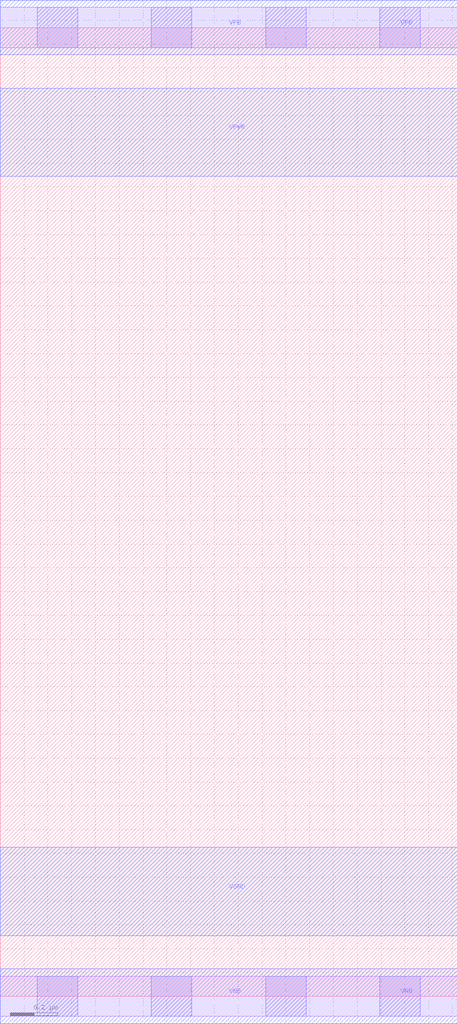
<source format=lef>
# Copyright 2020 The SkyWater PDK Authors
#
# Licensed under the Apache License, Version 2.0 (the "License");
# you may not use this file except in compliance with the License.
# You may obtain a copy of the License at
#
#     https://www.apache.org/licenses/LICENSE-2.0
#
# Unless required by applicable law or agreed to in writing, software
# distributed under the License is distributed on an "AS IS" BASIS,
# WITHOUT WARRANTIES OR CONDITIONS OF ANY KIND, either express or implied.
# See the License for the specific language governing permissions and
# limitations under the License.
#
# SPDX-License-Identifier: Apache-2.0

VERSION 5.7 ;
  NAMESCASESENSITIVE ON ;
  NOWIREEXTENSIONATPIN ON ;
  DIVIDERCHAR "/" ;
  BUSBITCHARS "[]" ;
UNITS
  DATABASE MICRONS 200 ;
END UNITS
MACRO sky130_fd_sc_hvl__fill_4
  CLASS CORE ;
  SOURCE USER ;
  FOREIGN sky130_fd_sc_hvl__fill_4 ;
  ORIGIN  0.000000  0.000000 ;
  SIZE  1.920000 BY  4.070000 ;
  SYMMETRY X Y ;
  SITE unithv ;
  PIN VGND
    DIRECTION INOUT ;
    USE GROUND ;
    PORT
      LAYER met1 ;
        RECT 0.000000 0.255000 1.920000 0.625000 ;
    END
  END VGND
  PIN VNB
    DIRECTION INOUT ;
    USE GROUND ;
    PORT
      LAYER li1 ;
        RECT 0.000000 -0.085000 1.920000 0.085000 ;
      LAYER mcon ;
        RECT 0.155000 -0.085000 0.325000 0.085000 ;
        RECT 0.635000 -0.085000 0.805000 0.085000 ;
        RECT 1.115000 -0.085000 1.285000 0.085000 ;
        RECT 1.595000 -0.085000 1.765000 0.085000 ;
      LAYER met1 ;
        RECT 0.000000 -0.115000 1.920000 0.115000 ;
    END
  END VNB
  PIN VPB
    DIRECTION INOUT ;
    USE POWER ;
    PORT
      LAYER li1 ;
        RECT 0.000000 3.985000 1.920000 4.155000 ;
      LAYER mcon ;
        RECT 0.155000 3.985000 0.325000 4.155000 ;
        RECT 0.635000 3.985000 0.805000 4.155000 ;
        RECT 1.115000 3.985000 1.285000 4.155000 ;
        RECT 1.595000 3.985000 1.765000 4.155000 ;
      LAYER met1 ;
        RECT 0.000000 3.955000 1.920000 4.185000 ;
    END
  END VPB
  PIN VPWR
    DIRECTION INOUT ;
    USE POWER ;
    PORT
      LAYER met1 ;
        RECT 0.000000 3.445000 1.920000 3.815000 ;
    END
  END VPWR
END sky130_fd_sc_hvl__fill_4

</source>
